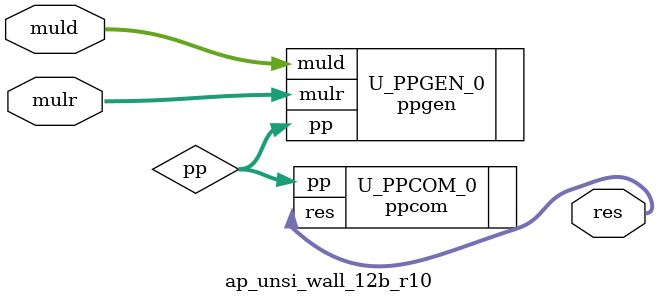
<source format=v>
module ap_unsi_wall_12b_r10 (
    input  [11:0] muld,
    input  [11:0] mulr,
    
    output [23:0] res
);

wire [143:0] pp;

ppgen #(
    .DW                             (  12                           ))
U_PPGEN_0(
    .muld                           ( muld                          ),
    .mulr                           ( mulr                          ),
    .pp                             ( pp                            )
);


ppcom U_PPCOM_0(
    .pp                             ( pp                            ),
    .res                            ( res                           )
);


endmodule

</source>
